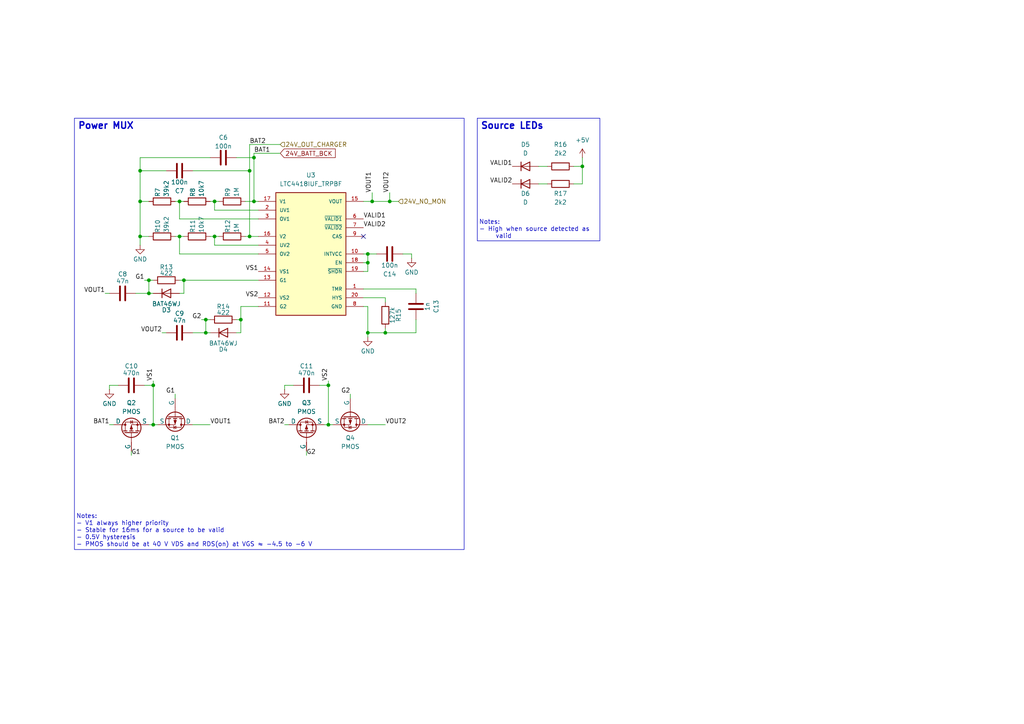
<source format=kicad_sch>
(kicad_sch (version 20250114) (generator "eeschema") (generator_version "9.0")
  (paper "A4")
  (lib_symbols
    (symbol "Device:C" (pin_numbers (hide yes)) (pin_names (offset 0.254))
      (property "Reference" "C" (at 0.635 2.54 0))
      (property "Value" "C" (at 0.635 -2.54 0))
      (symbol "C_0_1"
        (polyline (pts (xy -2.032 0.762) (xy 2.032 0.762)) (stroke (width 0.508)))
        (polyline (pts (xy -2.032 -0.762) (xy 2.032 -0.762)) (stroke (width 0.508)))
      )
      (symbol "C_1_1"
        (pin passive line (at 0 3.81 270) (length 2.794) (name "~") (number "1"))
        (pin passive line (at 0 -3.81 90) (length 2.794) (name "~") (number "2"))
      )
    )
    (symbol "Device:D" (pin_numbers (hide yes)) (pin_names (offset 1.016) (hide yes))
      (property "Reference" "D" (at 0 2.54 0))
      (property "Value" "D" (at 0 -2.54 0))
      (symbol "D_0_1"
        (polyline (pts (xy -1.27 1.27) (xy -1.27 -1.27)) (stroke (width 0.254)))
        (polyline (pts (xy 1.27 1.27) (xy 1.27 -1.27) (xy -1.27 0) (xy 1.27 1.27)) (stroke (width 0.254)))
        (polyline (pts (xy 1.27 0) (xy -1.27 0)))
      )
      (symbol "D_1_1"
        (pin passive line (at -3.81 0 0) (length 2.54) (name "K") (number "1"))
        (pin passive line (at 3.81 0 180) (length 2.54) (name "A") (number "2"))
      )
    )
    (symbol "Device:R" (pin_numbers (hide yes)) (pin_names (offset 0))
      (property "Reference" "R" (at 2.032 0 90))
      (property "Value" "R" (at 0 0 90))
      (symbol "R_0_1"
        (rectangle (start -1.016 -2.54) (end 1.016 2.54) (stroke (width 0.254)))
      )
      (symbol "R_1_1"
        (pin passive line (at 0 3.81 270) (length 1.27) (name "~") (number "1"))
        (pin passive line (at 0 -3.81 90) (length 1.27) (name "~") (number "2"))
      )
    )
    (symbol "LTC4418IUF_TRPBF:LTC4418IUF_TRPBF" (pin_names (offset 1.016))
      (property "Reference" "U" (at -10.16 18.542 0))
      (property "Value" "LTC4418IUF_TRPBF" (at -10.16 -20.32 0))
      (symbol "LTC4418IUF_TRPBF_0_0"
        (rectangle (start -10.16 -17.78) (end 10.16 17.78) (stroke (width 0.254)) (fill (type background)))
        (pin power_in line (at -15.24 15.24 0) (length 5.08) (name "V1") (number "17"))
        (pin input line (at -15.24 12.7 0) (length 5.08) (name "UV1") (number "2"))
        (pin input line (at -15.24 10.16 0) (length 5.08) (name "OV1") (number "3"))
        (pin power_in line (at -15.24 5.08 0) (length 5.08) (name "V2") (number "16"))
        (pin input line (at -15.24 2.54 0) (length 5.08) (name "UV2") (number "4"))
        (pin input line (at -15.24 0 0) (length 5.08) (name "OV2") (number "5"))
        (pin power_in line (at -15.24 -5.08 0) (length 5.08) (name "VS1") (number "14"))
        (pin output line (at -15.24 -7.62 0) (length 5.08) (name "G1") (number "13"))
        (pin power_in line (at -15.24 -12.7 0) (length 5.08) (name "VS2") (number "12"))
        (pin output line (at -15.24 -15.24 0) (length 5.08) (name "G2") (number "11"))
        (pin output line (at 15.24 15.24 180) (length 5.08) (name "VOUT") (number "15"))
        (pin output line (at 15.24 10.16 180) (length 5.08) (name "~{VALID1}") (number "6"))
        (pin output line (at 15.24 7.62 180) (length 5.08) (name "~{VALID2}") (number "7"))
        (pin output line (at 15.24 5.08 180) (length 5.08) (name "CAS") (number "9"))
        (pin output line (at 15.24 0 180) (length 5.08) (name "INTVCC") (number "10"))
        (pin input line (at 15.24 -2.54 180) (length 5.08) (name "EN") (number "18"))
        (pin input line (at 15.24 -5.08 180) (length 5.08) (name "~{SHDN}") (number "19"))
        (pin input line (at 15.24 -10.16 180) (length 5.08) (name "TMR") (number "1"))
        (pin input line (at 15.24 -12.7 180) (length 5.08) (name "HYS") (number "20"))
        (pin power_in line (at 15.24 -15.24 180) (length 5.08) (hide yes) (name "GND") (number "21"))
        (pin power_in line (at 15.24 -15.24 180) (length 5.08) (name "GND") (number "8"))
      )
    )
    (symbol "Simulation_SPICE:PMOS" (pin_numbers (hide yes)) (pin_names (offset 0))
      (property "Reference" "Q" (at 5.08 1.27 0))
      (property "Value" "PMOS" (at 5.08 -1.27 0))
      (symbol "PMOS_0_1"
        (polyline (pts (xy 0.254 1.905) (xy 0.254 -1.905)) (stroke (width 0.254)))
        (polyline (pts (xy 0.254 0) (xy -2.54 0)))
        (polyline (pts (xy 0.762 2.286) (xy 0.762 1.27)) (stroke (width 0.254)))
        (polyline (pts (xy 0.762 1.778) (xy 3.302 1.778) (xy 3.302 -1.778) (xy 0.762 -1.778)))
        (polyline (pts (xy 0.762 0.508) (xy 0.762 -0.508)) (stroke (width 0.254)))
        (polyline (pts (xy 0.762 -1.27) (xy 0.762 -2.286)) (stroke (width 0.254)))
        (circle (center 1.651 0) (radius 2.794) (stroke (width 0.254)))
        (polyline (pts (xy 2.286 0) (xy 1.27 0.381) (xy 1.27 -0.381) (xy 2.286 0)) (fill (type outline)))
        (polyline (pts (xy 2.54 2.54) (xy 2.54 1.778)))
        (circle (center 2.54 1.778) (radius 0.254) (fill (type outline)))
        (circle (center 2.54 -1.778) (radius 0.254) (fill (type outline)))
        (polyline (pts (xy 2.54 -2.54) (xy 2.54 0) (xy 0.762 0)))
        (polyline (pts (xy 2.794 -0.508) (xy 2.921 -0.381) (xy 3.683 -0.381) (xy 3.81 -0.254)))
        (polyline (pts (xy 3.302 -0.381) (xy 2.921 0.254) (xy 3.683 0.254) (xy 3.302 -0.381)))
      )
      (symbol "PMOS_1_1"
        (pin input line (at -5.08 0 0) (length 2.54) (name "G") (number "2"))
        (pin passive line (at 2.54 5.08 270) (length 2.54) (name "D") (number "1"))
        (pin passive line (at 2.54 -5.08 90) (length 2.54) (name "S") (number "3"))
      )
    )
    (symbol "power:+5V" (power) (pin_numbers (hide yes)) (pin_names (offset 0) (hide yes))
      (property "Value" "+5V" (at 0 3.556 0))
      (symbol "+5V_0_1"
        (polyline (pts (xy -0.762 1.27) (xy 0 2.54)))
        (polyline (pts (xy 0 2.54) (xy 0.762 1.27)))
        (polyline (pts (xy 0 0) (xy 0 2.54)))
      )
      (symbol "+5V_1_1"
        (pin power_in line (at 0 0 90) (length 0) (name "~") (number "1"))
      )
    )
    (symbol "power:GND" (power) (pin_numbers (hide yes)) (pin_names (offset 0) (hide yes))
      (property "Value" "GND" (at 0 -3.81 0))
      (symbol "GND_0_1"
        (polyline (pts (xy 0 0) (xy 0 -1.27) (xy 1.27 -1.27) (xy 0 -2.54) (xy -1.27 -1.27) (xy 0 -1.27)))
      )
      (symbol "GND_1_1"
        (pin power_in line (at 0 0 270) (length 0) (name "~") (number "1"))
      )
    )
  )
  (text "Notes:\n- High when source detected as \n	valid\n" (at 138.938 69.342 0) (effects (font (size 1.27 1.27)) (justify left bottom)))
  (text "Notes:\n- V1 always higher priority\n- Stable for 16ms for a source to be valid\n- 0.5V hysteresis\n- PMOS should be at 40 V VDS and RDS(on) at VGS ≈ −4.5 to −6 V\n" (at 22.098 158.75 0) (effects (font (size 1.27 1.27)) (justify left bottom)))
  (text_box "Power MUX" (at 21.59 34.29 0) (size 113.03 125.095) (margins 0.9525 0.9525 0.9525 0.9525) (effects (font (size 1.905 1.905) (thickness 0.381) (bold yes)) (justify left top)))
  (text_box "Source LEDs" (at 138.43 34.29 0) (size 35.56 35.56) (margins 0.9525 0.9525 0.9525 0.9525) (effects (font (size 1.905 1.905) (thickness 0.381) (bold yes)) (justify left top)))
  (junction (at 168.91 48.26))
  (junction (at 106.68 73.66))
  (junction (at 40.64 68.58))
  (junction (at 111.76 96.52))
  (junction (at 106.68 76.2))
  (junction (at 59.69 96.52))
  (junction (at 73.66 45.72))
  (junction (at 73.66 58.42))
  (junction (at 106.68 96.52))
  (junction (at 43.18 85.09))
  (junction (at 44.45 123.19))
  (junction (at 107.95 58.42))
  (junction (at 40.64 58.42))
  (junction (at 53.34 81.28))
  (junction (at 52.07 58.42))
  (junction (at 72.39 49.53))
  (junction (at 62.23 58.42))
  (junction (at 113.03 58.42))
  (junction (at 59.69 92.71))
  (junction (at 69.85 92.71))
  (junction (at 40.64 49.53))
  (junction (at 44.45 111.76))
  (junction (at 52.07 68.58))
  (junction (at 62.23 68.58))
  (junction (at 95.25 123.19))
  (junction (at 72.39 68.58))
  (junction (at 95.25 111.76))
  (junction (at 43.18 81.28))
  (no_connect (at 105.41 68.58))
  (wire (pts (xy 107.95 58.42) (xy 113.03 58.42)))
  (wire (pts (xy 62.23 68.58) (xy 63.5 68.58)))
  (wire (pts (xy 74.93 63.5) (xy 52.07 63.5)))
  (wire (pts (xy 43.18 85.09) (xy 43.18 81.28)))
  (wire (pts (xy 69.85 92.71) (xy 69.85 96.52)))
  (wire (pts (xy 43.18 58.42) (xy 40.64 58.42)))
  (wire (pts (xy 105.41 58.42) (xy 107.95 58.42)))
  (wire (pts (xy 52.07 68.58) (xy 53.34 68.58)))
  (wire (pts (xy 82.55 113.03) (xy 82.55 111.76)))
  (wire (pts (xy 120.65 92.71) (xy 120.65 96.52)))
  (wire (pts (xy 74.93 88.9) (xy 69.85 88.9)))
  (wire (pts (xy 74.93 60.96) (xy 62.23 60.96)))
  (wire (pts (xy 55.88 123.19) (xy 60.96 123.19)))
  (wire (pts (xy 40.64 58.42) (xy 40.64 68.58)))
  (wire (pts (xy 50.8 68.58) (xy 52.07 68.58)))
  (wire (pts (xy 106.68 123.19) (xy 111.76 123.19)))
  (wire (pts (xy 106.68 78.74) (xy 106.68 76.2)))
  (wire (pts (xy 53.34 81.28) (xy 53.34 85.09)))
  (wire (pts (xy 55.88 49.53) (xy 72.39 49.53)))
  (wire (pts (xy 116.84 73.66) (xy 119.38 73.66)))
  (wire (pts (xy 62.23 60.96) (xy 62.23 58.42)))
  (wire (pts (xy 44.45 110.49) (xy 44.45 111.76)))
  (wire (pts (xy 82.55 123.19) (xy 83.82 123.19)))
  (wire (pts (xy 62.23 58.42) (xy 63.5 58.42)))
  (wire (pts (xy 40.64 68.58) (xy 40.64 71.12)))
  (wire (pts (xy 120.65 96.52) (xy 111.76 96.52)))
  (wire (pts (xy 43.18 123.19) (xy 44.45 123.19)))
  (wire (pts (xy 58.42 92.71) (xy 59.69 92.71)))
  (wire (pts (xy 40.64 45.72) (xy 40.64 49.53)))
  (wire (pts (xy 68.58 96.52) (xy 69.85 96.52)))
  (wire (pts (xy 88.9 132.08) (xy 88.9 130.81)))
  (wire (pts (xy 168.91 45.72) (xy 168.91 48.26)))
  (wire (pts (xy 156.21 53.34) (xy 158.75 53.34)))
  (wire (pts (xy 53.34 81.28) (xy 74.93 81.28)))
  (wire (pts (xy 113.03 58.42) (xy 115.57 58.42)))
  (wire (pts (xy 120.65 83.82) (xy 120.65 85.09)))
  (wire (pts (xy 50.8 58.42) (xy 52.07 58.42)))
  (wire (pts (xy 111.76 87.63) (xy 111.76 86.36)))
  (wire (pts (xy 41.91 111.76) (xy 44.45 111.76)))
  (wire (pts (xy 106.68 96.52) (xy 106.68 97.79)))
  (wire (pts (xy 105.41 78.74) (xy 106.68 78.74)))
  (wire (pts (xy 106.68 88.9) (xy 106.68 96.52)))
  (wire (pts (xy 55.88 96.52) (xy 59.69 96.52)))
  (wire (pts (xy 68.58 92.71) (xy 69.85 92.71)))
  (wire (pts (xy 119.38 73.66) (xy 119.38 74.93)))
  (wire (pts (xy 73.66 45.72) (xy 73.66 58.42)))
  (wire (pts (xy 40.64 68.58) (xy 43.18 68.58)))
  (wire (pts (xy 111.76 95.25) (xy 111.76 96.52)))
  (wire (pts (xy 39.37 85.09) (xy 43.18 85.09)))
  (wire (pts (xy 72.39 68.58) (xy 74.93 68.58)))
  (wire (pts (xy 52.07 73.66) (xy 52.07 68.58)))
  (wire (pts (xy 44.45 111.76) (xy 44.45 123.19)))
  (wire (pts (xy 40.64 49.53) (xy 40.64 58.42)))
  (wire (pts (xy 107.95 55.88) (xy 107.95 58.42)))
  (wire (pts (xy 72.39 49.53) (xy 72.39 68.58)))
  (wire (pts (xy 62.23 71.12) (xy 62.23 68.58)))
  (wire (pts (xy 38.1 132.08) (xy 38.1 130.81)))
  (wire (pts (xy 74.93 71.12) (xy 62.23 71.12)))
  (wire (pts (xy 72.39 41.91) (xy 81.28 41.91)))
  (wire (pts (xy 41.91 81.28) (xy 43.18 81.28)))
  (wire (pts (xy 68.58 45.72) (xy 73.66 45.72)))
  (wire (pts (xy 44.45 85.09) (xy 43.18 85.09)))
  (wire (pts (xy 95.25 110.49) (xy 95.25 111.76)))
  (wire (pts (xy 105.41 73.66) (xy 106.68 73.66)))
  (wire (pts (xy 31.75 123.19) (xy 33.02 123.19)))
  (wire (pts (xy 168.91 48.26) (xy 168.91 53.34)))
  (wire (pts (xy 59.69 92.71) (xy 60.96 92.71)))
  (wire (pts (xy 31.75 111.76) (xy 34.29 111.76)))
  (wire (pts (xy 93.98 123.19) (xy 95.25 123.19)))
  (wire (pts (xy 156.21 48.26) (xy 158.75 48.26)))
  (wire (pts (xy 73.66 44.45) (xy 81.28 44.45)))
  (wire (pts (xy 40.64 49.53) (xy 48.26 49.53)))
  (wire (pts (xy 92.71 111.76) (xy 95.25 111.76)))
  (wire (pts (xy 59.69 96.52) (xy 59.69 92.71)))
  (wire (pts (xy 105.41 88.9) (xy 106.68 88.9)))
  (wire (pts (xy 69.85 92.71) (xy 69.85 88.9)))
  (wire (pts (xy 106.68 76.2) (xy 105.41 76.2)))
  (wire (pts (xy 52.07 63.5) (xy 52.07 58.42)))
  (wire (pts (xy 60.96 58.42) (xy 62.23 58.42)))
  (wire (pts (xy 60.96 68.58) (xy 62.23 68.58)))
  (wire (pts (xy 105.41 83.82) (xy 120.65 83.82)))
  (wire (pts (xy 52.07 81.28) (xy 53.34 81.28)))
  (wire (pts (xy 30.48 85.09) (xy 31.75 85.09)))
  (wire (pts (xy 82.55 111.76) (xy 85.09 111.76)))
  (wire (pts (xy 113.03 55.88) (xy 113.03 58.42)))
  (wire (pts (xy 73.66 44.45) (xy 73.66 45.72)))
  (wire (pts (xy 60.96 96.52) (xy 59.69 96.52)))
  (wire (pts (xy 50.8 114.3) (xy 50.8 115.57)))
  (wire (pts (xy 71.12 58.42) (xy 73.66 58.42)))
  (wire (pts (xy 46.99 96.52) (xy 48.26 96.52)))
  (wire (pts (xy 166.37 53.34) (xy 168.91 53.34)))
  (wire (pts (xy 106.68 73.66) (xy 106.68 76.2)))
  (wire (pts (xy 52.07 85.09) (xy 53.34 85.09)))
  (wire (pts (xy 44.45 123.19) (xy 45.72 123.19)))
  (wire (pts (xy 74.93 73.66) (xy 52.07 73.66)))
  (wire (pts (xy 31.75 113.03) (xy 31.75 111.76)))
  (wire (pts (xy 52.07 58.42) (xy 53.34 58.42)))
  (wire (pts (xy 106.68 96.52) (xy 111.76 96.52)))
  (wire (pts (xy 43.18 81.28) (xy 44.45 81.28)))
  (wire (pts (xy 106.68 73.66) (xy 109.22 73.66)))
  (wire (pts (xy 71.12 68.58) (xy 72.39 68.58)))
  (wire (pts (xy 60.96 45.72) (xy 40.64 45.72)))
  (wire (pts (xy 95.25 111.76) (xy 95.25 123.19)))
  (wire (pts (xy 73.66 58.42) (xy 74.93 58.42)))
  (wire (pts (xy 101.6 114.3) (xy 101.6 115.57)))
  (wire (pts (xy 72.39 41.91) (xy 72.39 49.53)))
  (wire (pts (xy 95.25 123.19) (xy 96.52 123.19)))
  (wire (pts (xy 111.76 86.36) (xy 105.41 86.36)))
  (wire (pts (xy 166.37 48.26) (xy 168.91 48.26)))
  (label "VS1" (at 44.45 110.49 90))
  (label "BAT1" (at 31.75 123.19 180))
  (label "VALID1" (at 148.59 48.26 180))
  (label "BAT1" (at 73.66 44.45 0))
  (label "VOUT2" (at 113.03 55.88 90))
  (label "VOUT1" (at 60.96 123.19 0))
  (label "VS2" (at 95.25 110.49 90))
  (label "VS1" (at 74.93 78.74 180))
  (label "BAT2" (at 82.55 123.19 180))
  (label "VOUT2" (at 111.76 123.19 0))
  (label "G2" (at 101.6 114.3 180))
  (label "G2" (at 88.9 132.08 0))
  (label "VOUT2" (at 46.99 96.52 180))
  (label "G1" (at 50.8 114.3 180))
  (label "G1" (at 41.91 81.28 180))
  (label "VALID2" (at 148.59 53.34 180))
  (label "BAT2" (at 72.39 41.91 0))
  (label "VALID1" (at 105.41 63.5 0))
  (label "VOUT1" (at 30.48 85.09 180))
  (label "G1" (at 38.1 132.08 0))
  (label "G2" (at 58.42 92.71 180))
  (label "VS2" (at 74.93 86.36 180))
  (label "VOUT1" (at 107.95 55.88 90))
  (label "VALID2" (at 105.41 66.04 0))
  (global_label "24V_BATT_BCK" (shape input) (at 81.28 44.45 0) (property "Intersheetrefs" "${INTERSHEET_REFS}" (effects (hide yes))))
  (hierarchical_label "24V_NO_MON" (shape input) (at 115.57 58.42 0))
  (hierarchical_label "24V_OUT_CHARGER" (shape input) (at 81.28 41.91 0))
  (symbol (lib_id "Device:C") (at 88.9 111.76 90) (unit 1)
    (property "Reference" "C11" (at 88.9 106.172 90))
    (property "Value" "470n" (at 88.9 108.204 90))
    (property "Description" "Unpolarized capacitor" (effects (hide yes)))
  )
  (symbol (lib_id "Device:R") (at 46.99 68.58 270) (unit 1)
    (property "Reference" "R10" (at 45.72 67.564 0) (effects (justify right)))
    (property "Value" "39k2" (at 48.26 67.564 0) (effects (justify right)))
    (property "Description" "Resistor" (effects (hide yes)))
  )
  (symbol (lib_id "Device:R") (at 162.56 53.34 90) (unit 1)
    (property "Reference" "R17" (at 162.56 56.134 90))
    (property "Value" "2k2" (at 162.56 58.674 90))
    (property "Description" "Resistor" (effects (hide yes)))
  )
  (symbol (lib_id "Simulation_SPICE:PMOS") (at 50.8 120.65 270) (unit 1)
    (property "Reference" "Q1" (at 50.8 127 90))
    (property "Value" "PMOS" (at 50.8 129.54 90))
    (property "Datasheet" "https://ngspice.sourceforge.io/docs/ngspice-html-manual/manual.xhtml#cha_MOSFETs" (effects (hide yes)))
    (property "Description" "P-MOSFET transistor, drain/source/gate" (effects (hide yes)))
    (property "Sim.Device" "PMOS" (effects (hide yes)))
    (property "Sim.Type" "VDMOS" (effects (hide yes)))
    (property "Sim.Pins" "1=D 2=G 3=S" (effects (hide yes)))
  )
  (symbol (lib_id "Simulation_SPICE:PMOS") (at 101.6 120.65 270) (unit 1)
    (property "Reference" "Q4" (at 101.6 127 90))
    (property "Value" "PMOS" (at 101.6 129.54 90))
    (property "Datasheet" "https://ngspice.sourceforge.io/docs/ngspice-html-manual/manual.xhtml#cha_MOSFETs" (effects (hide yes)))
    (property "Description" "P-MOSFET transistor, drain/source/gate" (effects (hide yes)))
    (property "Sim.Device" "PMOS" (effects (hide yes)))
    (property "Sim.Type" "VDMOS" (effects (hide yes)))
    (property "Sim.Pins" "1=D 2=G 3=S" (effects (hide yes)))
  )
  (symbol (lib_id "power:GND") (at 82.55 113.03 0) (unit 1)
    (property "Reference" "#PWR020" (effects (hide yes)))
    (property "Value" "GND" (at 82.55 117.094 0))
    (property "Description" "Power symbol creates a global label with name \"GND\" , ground" (effects (hide yes)))
  )
  (symbol (lib_id "Device:R") (at 64.77 92.71 90) (unit 1)
    (property "Reference" "R14" (at 64.77 88.9 90))
    (property "Value" "422" (at 64.77 90.678 90))
    (property "Description" "Resistor" (effects (hide yes)))
  )
  (symbol (lib_id "Device:R") (at 162.56 48.26 90) (unit 1)
    (property "Reference" "R16" (at 162.56 41.91 90))
    (property "Value" "2k2" (at 162.56 44.45 90))
    (property "Description" "Resistor" (effects (hide yes)))
  )
  (symbol (lib_id "LTC4418IUF_TRPBF:LTC4418IUF_TRPBF") (at 90.17 73.66 0) (unit 1)
    (property "Reference" "U3" (at 90.17 50.8 0))
    (property "Value" "LTC4418IUF_TRPBF" (at 90.17 53.34 0))
    (property "Footprint" "LTC4418IUF_TRPBF:QFN50P400X400X80-21N" (effects (hide yes)))
    (property "MF" "Analog Devices" (effects (hide yes)))
    (property "MAXIMUM_PACKAGE_HEIGHT" "0.8mm" (effects (hide yes)))
    (property "Package" "QFN -20 Analog Devices" (effects (hide yes)))
    (property "Price" "None" (effects (hide yes)))
    (property "Check_prices" "https://www.snapeda.com/parts/LTC4418IUF%23TRPBF/Analog+Devices/view-part/?ref=eda" (effects (hide yes)))
    (property "STANDARD" "IPC7351B" (effects (hide yes)))
    (property "PARTREV" "A" (effects (hide yes)))
    (property "SnapEDA_Link" "https://www.snapeda.com/parts/LTC4418IUF%23TRPBF/Analog+Devices/view-part/?ref=snap" (effects (hide yes)))
    (property "MP" "LTC4418IUF#TRPBF" (effects (hide yes)))
    (property "Purchase-URL" "https://www.snapeda.com/api/url_track_click_mouser/?unipart_id=2882983&manufacturer=Analog Devices&part_name=LTC4418IUF#TRPBF&search_term=ltc4418" (effects (hide yes)))
    (property "Description_1" "Dual Channel Prioritized PowerPath Controller" (effects (hide yes)))
    (property "Availability" "In Stock" (effects (hide yes)))
    (property "MANUFACTURER" "AnalogDevices" (effects (hide yes)))
  )
  (symbol (lib_id "Simulation_SPICE:PMOS") (at 38.1 125.73 90) (unit 1)
    (property "Reference" "Q2" (at 38.1 116.84 90))
    (property "Value" "PMOS" (at 38.1 119.38 90))
    (property "Datasheet" "https://ngspice.sourceforge.io/docs/ngspice-html-manual/manual.xhtml#cha_MOSFETs" (effects (hide yes)))
    (property "Description" "P-MOSFET transistor, drain/source/gate" (effects (hide yes)))
    (property "Sim.Device" "PMOS" (effects (hide yes)))
    (property "Sim.Type" "VDMOS" (effects (hide yes)))
    (property "Sim.Pins" "1=D 2=G 3=S" (effects (hide yes)))
  )
  (symbol (lib_id "Device:R") (at 57.15 58.42 270) (unit 1)
    (property "Reference" "R8" (at 55.88 57.15 0) (effects (justify right)))
    (property "Value" "10k7" (at 58.42 57.15 0) (effects (justify right)))
    (property "Description" "Resistor" (effects (hide yes)))
  )
  (symbol (lib_id "Device:R") (at 67.31 68.58 270) (unit 1)
    (property "Reference" "R12" (at 66.04 67.564 0) (effects (justify right)))
    (property "Value" "1M" (at 68.58 67.564 0) (effects (justify right)))
    (property "Description" "Resistor" (effects (hide yes)))
  )
  (symbol (lib_id "power:GND") (at 106.68 97.79 0) (unit 1)
    (property "Reference" "#PWR022" (effects (hide yes)))
    (property "Value" "GND" (at 106.68 101.854 0))
    (property "Description" "Power symbol creates a global label with name \"GND\" , ground" (effects (hide yes)))
  )
  (symbol (lib_id "Device:C") (at 52.07 49.53 270) (unit 1)
    (property "Reference" "C7" (at 52.07 55.372 90))
    (property "Value" "100n" (at 52.07 52.832 90))
    (property "Description" "Unpolarized capacitor" (effects (hide yes)))
  )
  (symbol (lib_id "Device:R") (at 111.76 91.44 0) (unit 1)
    (property "Reference" "R15" (at 115.57 91.44 90))
    (property "Value" "127k" (at 113.792 91.44 90))
    (property "Description" "Resistor" (effects (hide yes)))
  )
  (symbol (lib_id "power:GND") (at 119.38 74.93 0) (unit 1)
    (property "Reference" "#PWR021" (effects (hide yes)))
    (property "Value" "GND" (at 119.38 78.994 0))
    (property "Description" "Power symbol creates a global label with name \"GND\" , ground" (effects (hide yes)))
  )
  (symbol (lib_id "power:GND") (at 40.64 71.12 0) (unit 1)
    (property "Reference" "#PWR018" (effects (hide yes)))
    (property "Value" "GND" (at 40.64 75.184 0))
    (property "Description" "Power symbol creates a global label with name \"GND\" , ground" (effects (hide yes)))
  )
  (symbol (lib_id "Device:C") (at 35.56 85.09 90) (unit 1)
    (property "Reference" "C8" (at 35.56 79.502 90))
    (property "Value" "47n" (at 35.56 81.534 90))
    (property "Description" "Unpolarized capacitor" (effects (hide yes)))
  )
  (symbol (lib_id "Device:D") (at 64.77 96.52 0) (unit 1)
    (property "Reference" "D4" (at 64.77 101.346 0))
    (property "Value" "BAT46WJ" (at 64.77 99.568 0))
    (property "Description" "Diode" (effects (hide yes)))
    (property "Sim.Device" "D" (effects (hide yes)))
    (property "Sim.Pins" "1=K 2=A" (effects (hide yes)))
  )
  (symbol (lib_id "power:+5V") (at 168.91 45.72 0) (unit 1)
    (property "Reference" "#PWR023" (effects (hide yes)))
    (property "Value" "+5V" (at 168.91 40.64 0))
    (property "Description" "Power symbol creates a global label with name \"+5V\"" (effects (hide yes)))
  )
  (symbol (lib_id "Device:C") (at 120.65 88.9 0) (unit 1)
    (property "Reference" "C13" (at 126.492 88.9 90))
    (property "Value" "1n" (at 123.952 88.9 90))
    (property "Description" "Unpolarized capacitor" (effects (hide yes)))
  )
  (symbol (lib_id "power:GND") (at 31.75 113.03 0) (unit 1)
    (property "Reference" "#PWR019" (effects (hide yes)))
    (property "Value" "GND" (at 31.75 117.094 0))
    (property "Description" "Power symbol creates a global label with name \"GND\" , ground" (effects (hide yes)))
  )
  (symbol (lib_id "Device:C") (at 52.07 96.52 90) (unit 1)
    (property "Reference" "C9" (at 52.07 90.932 90))
    (property "Value" "47n" (at 52.07 92.964 90))
    (property "Description" "Unpolarized capacitor" (effects (hide yes)))
  )
  (symbol (lib_id "Device:C") (at 64.77 45.72 90) (unit 1)
    (property "Reference" "C6" (at 64.77 39.878 90))
    (property "Value" "100n" (at 64.77 42.418 90))
    (property "Description" "Unpolarized capacitor" (effects (hide yes)))
  )
  (symbol (lib_id "Device:R") (at 67.31 58.42 270) (unit 1)
    (property "Reference" "R9" (at 66.04 57.15 0) (effects (justify right)))
    (property "Value" "1M" (at 68.58 57.15 0) (effects (justify right)))
    (property "Description" "Resistor" (effects (hide yes)))
  )
  (symbol (lib_id "Device:D") (at 152.4 53.34 0) (unit 1)
    (property "Reference" "D6" (at 152.4 56.134 0))
    (property "Value" "D" (at 152.4 58.674 0))
    (property "Description" "Diode" (effects (hide yes)))
    (property "Sim.Device" "D" (effects (hide yes)))
    (property "Sim.Pins" "1=K 2=A" (effects (hide yes)))
  )
  (symbol (lib_id "Device:D") (at 48.26 85.09 0) (unit 1)
    (property "Reference" "D3" (at 48.26 89.916 0))
    (property "Value" "BAT46WJ" (at 48.26 88.138 0))
    (property "Description" "Diode" (effects (hide yes)))
    (property "Sim.Device" "D" (effects (hide yes)))
    (property "Sim.Pins" "1=K 2=A" (effects (hide yes)))
  )
  (symbol (lib_id "Device:R") (at 46.99 58.42 270) (unit 1)
    (property "Reference" "R7" (at 45.72 57.15 0) (effects (justify right)))
    (property "Value" "39k2" (at 48.26 57.15 0) (effects (justify right)))
    (property "Description" "Resistor" (effects (hide yes)))
  )
  (symbol (lib_id "Device:C") (at 38.1 111.76 90) (unit 1)
    (property "Reference" "C10" (at 38.1 106.172 90))
    (property "Value" "470n" (at 38.1 108.204 90))
    (property "Description" "Unpolarized capacitor" (effects (hide yes)))
  )
  (symbol (lib_id "Device:C") (at 113.03 73.66 270) (unit 1)
    (property "Reference" "C14" (at 113.03 79.502 90))
    (property "Value" "100n" (at 113.03 76.962 90))
    (property "Description" "Unpolarized capacitor" (effects (hide yes)))
  )
  (symbol (lib_id "Device:R") (at 48.26 81.28 90) (unit 1)
    (property "Reference" "R13" (at 48.26 77.47 90))
    (property "Value" "422" (at 48.26 79.248 90))
    (property "Description" "Resistor" (effects (hide yes)))
  )
  (symbol (lib_id "Device:R") (at 57.15 68.58 270) (unit 1)
    (property "Reference" "R11" (at 55.88 67.564 0) (effects (justify right)))
    (property "Value" "10k7" (at 58.42 67.564 0) (effects (justify right)))
    (property "Description" "Resistor" (effects (hide yes)))
  )
  (symbol (lib_id "Simulation_SPICE:PMOS") (at 88.9 125.73 90) (unit 1)
    (property "Reference" "Q3" (at 88.9 116.84 90))
    (property "Value" "PMOS" (at 88.9 119.38 90))
    (property "Datasheet" "https://ngspice.sourceforge.io/docs/ngspice-html-manual/manual.xhtml#cha_MOSFETs" (effects (hide yes)))
    (property "Description" "P-MOSFET transistor, drain/source/gate" (effects (hide yes)))
    (property "Sim.Device" "PMOS" (effects (hide yes)))
    (property "Sim.Type" "VDMOS" (effects (hide yes)))
    (property "Sim.Pins" "1=D 2=G 3=S" (effects (hide yes)))
  )
  (symbol (lib_id "Device:D") (at 152.4 48.26 0) (unit 1)
    (property "Reference" "D5" (at 152.4 41.91 0))
    (property "Value" "D" (at 152.4 44.45 0))
    (property "Description" "Diode" (effects (hide yes)))
    (property "Sim.Device" "D" (effects (hide yes)))
    (property "Sim.Pins" "1=K 2=A" (effects (hide yes)))
  )
)
</source>
